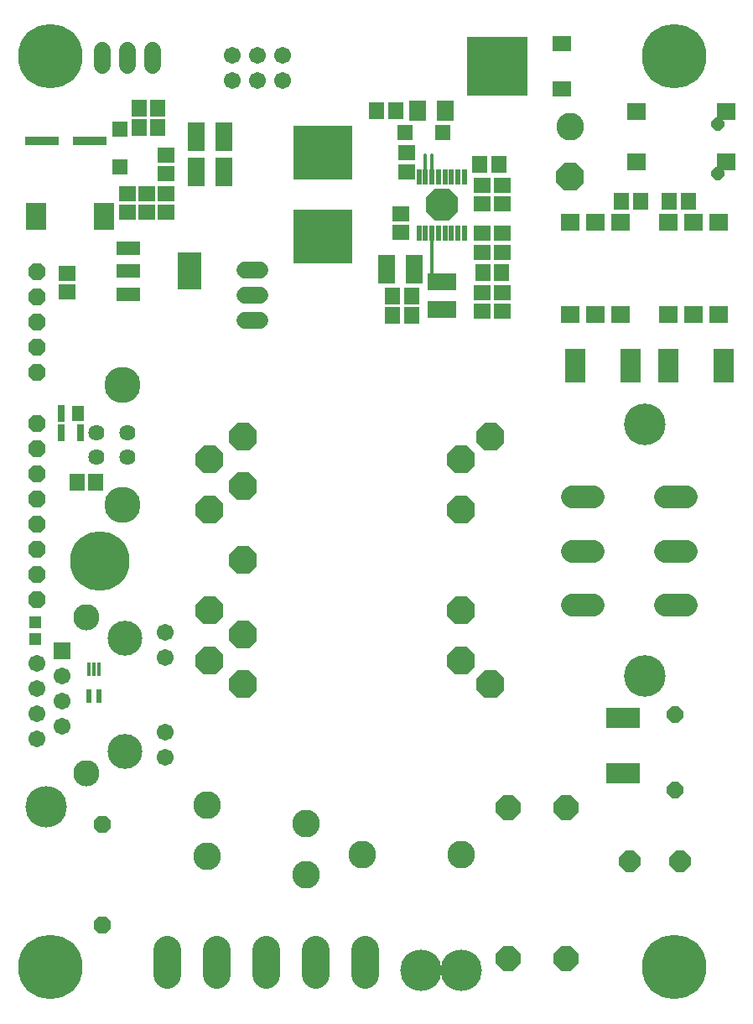
<source format=gts>
G75*
G70*
%OFA0B0*%
%FSLAX24Y24*%
%IPPOS*%
%LPD*%
%AMOC8*
5,1,8,0,0,1.08239X$1,22.5*
%
%ADD10C,0.0120*%
%ADD11C,0.0140*%
%ADD12C,0.1100*%
%ADD13OC8,0.1100*%
%ADD14R,0.0749X0.0671*%
%ADD15R,0.0671X0.0592*%
%ADD16R,0.0592X0.0671*%
%ADD17R,0.0631X0.0631*%
%ADD18R,0.0220X0.0640*%
%ADD19R,0.0880X0.0880*%
%ADD20OC8,0.1299*%
%ADD21R,0.0710X0.1143*%
%ADD22R,0.2362X0.2165*%
%ADD23C,0.0674*%
%ADD24C,0.1100*%
%ADD25OC8,0.0973*%
%ADD26R,0.0710X0.0790*%
%ADD27R,0.1143X0.0710*%
%ADD28C,0.0907*%
%ADD29R,0.0789X0.1340*%
%ADD30R,0.1340X0.0789*%
%ADD31OC8,0.0640*%
%ADD32OC8,0.0840*%
%ADD33C,0.1653*%
%ADD34R,0.0781X0.0678*%
%ADD35R,0.0789X0.1064*%
%ADD36C,0.0674*%
%ADD37R,0.0960X0.0560*%
%ADD38R,0.0953X0.1504*%
%ADD39C,0.0640*%
%ADD40C,0.1436*%
%ADD41OC8,0.0674*%
%ADD42R,0.0674X0.0674*%
%ADD43C,0.1039*%
%ADD44C,0.1386*%
%ADD45R,0.0513X0.0474*%
%ADD46R,0.1360X0.0380*%
%ADD47R,0.0180X0.0520*%
%ADD48R,0.0200X0.0520*%
%ADD49R,0.0450X0.0600*%
%ADD50R,0.0300X0.0700*%
%ADD51OC8,0.0680*%
%ADD52R,0.2444X0.2365*%
%ADD53R,0.0749X0.0592*%
%ADD54C,0.2562*%
%ADD55C,0.1650*%
%ADD56OC8,0.0516*%
%ADD57C,0.2365*%
D10*
X024531Y034577D02*
X024531Y035952D01*
D11*
X024506Y038327D02*
X024506Y039277D01*
X024256Y039277D02*
X024256Y038352D01*
D12*
X030015Y040403D03*
X015587Y013451D03*
X015587Y011426D03*
X019524Y010678D03*
X019524Y012703D03*
X021756Y011487D03*
X025693Y011487D03*
D13*
X026852Y018256D03*
X025681Y019177D03*
X025681Y021177D03*
X025681Y025177D03*
X025681Y027177D03*
X026852Y028098D03*
X030015Y038403D03*
X017009Y028098D03*
X015681Y027177D03*
X017009Y026130D03*
X015681Y025177D03*
X017009Y023177D03*
X015681Y021177D03*
X017009Y020224D03*
X015681Y019177D03*
X017009Y018256D03*
D14*
X032659Y039023D03*
X032659Y041031D03*
X036202Y041031D03*
X036202Y039023D03*
D15*
X027306Y038101D03*
X027306Y037353D03*
X026531Y037353D03*
X026531Y038101D03*
X026531Y036176D03*
X026531Y035428D03*
X027306Y035428D03*
X027306Y036176D03*
X027306Y033826D03*
X027306Y033078D03*
X026531Y033078D03*
X026531Y033826D03*
X023281Y036203D03*
X023281Y036951D03*
X023506Y038628D03*
X023506Y039376D03*
X013956Y039301D03*
X013956Y038553D03*
X013956Y037751D03*
X013956Y037003D03*
X013181Y037003D03*
X013181Y037751D03*
X012406Y037751D03*
X012406Y037003D03*
X010031Y034601D03*
X010031Y033853D03*
D16*
X012882Y040377D03*
X013630Y040377D03*
X013630Y041152D03*
X012882Y041152D03*
X022332Y041052D03*
X023080Y041052D03*
X026432Y038902D03*
X027180Y038902D03*
X027295Y034627D03*
X026547Y034627D03*
X023705Y033677D03*
X022957Y033677D03*
X022957Y032902D03*
X023705Y032902D03*
X032057Y037452D03*
X032805Y037452D03*
X033957Y037452D03*
X034705Y037452D03*
X011155Y026277D03*
X010407Y026277D03*
D17*
X012106Y038829D03*
X012106Y040325D03*
X023458Y040177D03*
X024954Y040177D03*
D18*
X025036Y038422D03*
X025286Y038422D03*
X025546Y038422D03*
X025806Y038422D03*
X024776Y038422D03*
X024526Y038422D03*
X024266Y038422D03*
X024006Y038422D03*
X024006Y036182D03*
X024266Y036182D03*
X024526Y036182D03*
X024776Y036182D03*
X025036Y036182D03*
X025286Y036182D03*
X025546Y036182D03*
X025806Y036182D03*
D19*
X024906Y037302D03*
D20*
X024906Y037302D03*
D21*
X023807Y034752D03*
X022704Y034752D03*
X016257Y038627D03*
X015154Y038627D03*
X015154Y040002D03*
X016257Y040002D03*
D22*
X020181Y039400D03*
X020181Y036054D03*
D23*
X017677Y034702D02*
X017084Y034702D01*
X017084Y033702D02*
X017677Y033702D01*
X017677Y032702D02*
X017084Y032702D01*
X013406Y042855D02*
X013406Y043449D01*
X012406Y043449D02*
X012406Y042855D01*
X011406Y042855D02*
X011406Y043449D01*
D24*
X013985Y007734D02*
X013985Y006734D01*
X015953Y006734D02*
X015953Y007734D01*
X017922Y007734D02*
X017922Y006734D01*
X019890Y006734D02*
X019890Y007734D01*
X021859Y007734D02*
X021859Y006734D01*
D25*
X027535Y007362D03*
X029841Y007362D03*
X029841Y013362D03*
X027535Y013362D03*
D26*
X025065Y041052D03*
X023946Y041052D03*
D27*
X024931Y034253D03*
X024931Y033151D03*
D28*
X030093Y025702D02*
X030918Y025702D01*
X030918Y023552D02*
X030093Y023552D01*
X030093Y021402D02*
X030918Y021402D01*
X033793Y021402D02*
X034618Y021402D01*
X034618Y023552D02*
X033793Y023552D01*
X033793Y025702D02*
X034618Y025702D01*
D29*
X033903Y030927D03*
X032433Y030927D03*
X030228Y030927D03*
X036108Y030927D03*
D30*
X032106Y016930D03*
X032106Y014725D03*
D31*
X034181Y014052D03*
X034181Y017052D03*
D32*
X034381Y011202D03*
X032381Y011202D03*
D33*
X032981Y018577D03*
X032981Y028577D03*
D34*
X033906Y032948D03*
X034906Y032948D03*
X035906Y032948D03*
X035906Y036606D03*
X034906Y036606D03*
X033906Y036606D03*
X032006Y036606D03*
X031006Y036606D03*
X030006Y036606D03*
X030006Y032948D03*
X031006Y032948D03*
X032006Y032948D03*
D35*
X011489Y036852D03*
X008772Y036852D03*
D36*
X016568Y042246D03*
X016568Y043246D03*
X017568Y043246D03*
X017568Y042246D03*
X018568Y042246D03*
X018568Y043246D03*
X013925Y020322D03*
X013925Y019322D03*
X013925Y016342D03*
X013925Y015342D03*
X009807Y016582D03*
X009807Y017582D03*
X009807Y018582D03*
X008807Y019082D03*
X008807Y018082D03*
X008807Y017082D03*
X008807Y016082D03*
D37*
X012435Y033767D03*
X012435Y034677D03*
X012435Y035587D03*
D38*
X014876Y034677D03*
D39*
X012429Y028260D03*
X012429Y027276D03*
X011170Y027276D03*
X011170Y028260D03*
D40*
X012233Y030138D03*
X012233Y025398D03*
D41*
X008806Y025627D03*
X008806Y024627D03*
X008806Y023627D03*
X008806Y022627D03*
X008806Y021627D03*
X008806Y026627D03*
X008806Y027627D03*
X008806Y028627D03*
X008806Y030652D03*
X008806Y031652D03*
X008806Y032652D03*
X008806Y033652D03*
X008806Y034652D03*
D42*
X009807Y019582D03*
D43*
X010775Y020932D03*
X010775Y014731D03*
D44*
X012307Y015582D03*
X012307Y020082D03*
D45*
X008756Y020043D03*
X008756Y020712D03*
D46*
X009006Y039852D03*
X010906Y039852D03*
D47*
X010881Y018867D03*
X011081Y018867D03*
X011281Y018867D03*
D48*
X011281Y017787D03*
X010881Y017787D03*
D49*
X010456Y029002D03*
D50*
X009776Y029002D03*
X009776Y028252D03*
X010536Y028252D03*
D51*
X011406Y012677D03*
X011406Y008677D03*
D52*
X027132Y042827D03*
D53*
X029667Y041928D03*
X029667Y043727D03*
D54*
X009344Y007002D03*
X034147Y007002D03*
X034147Y043222D03*
X009344Y043222D03*
D55*
X009181Y013377D03*
X024081Y006877D03*
X025681Y006877D03*
D56*
X035881Y038552D03*
X035881Y040527D03*
D57*
X011312Y023144D03*
M02*

</source>
